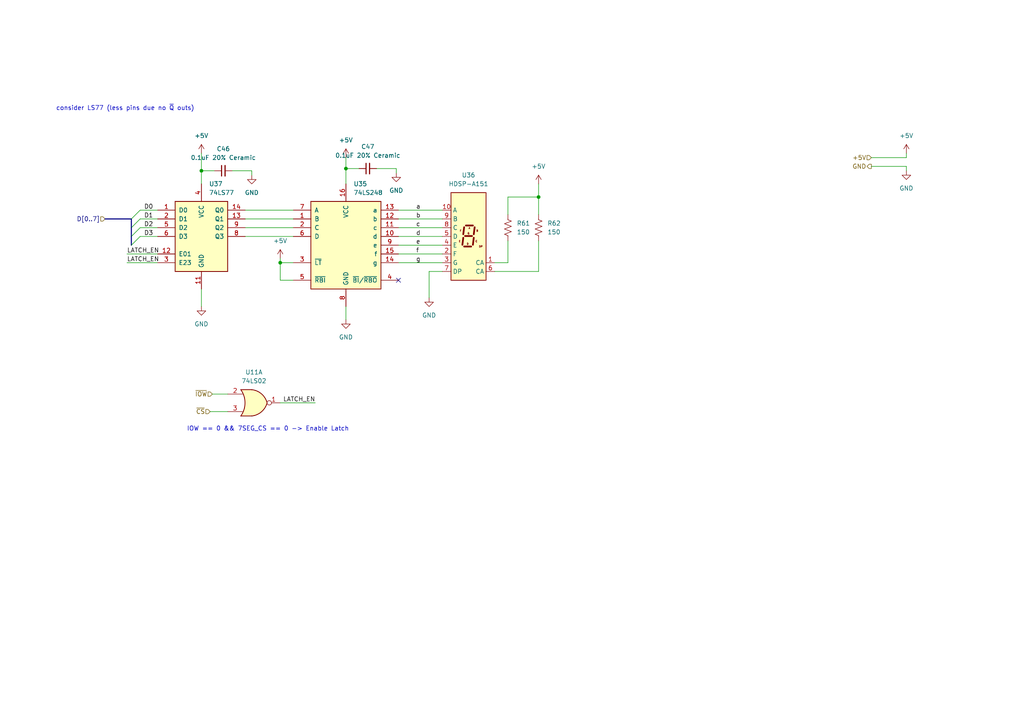
<source format=kicad_sch>
(kicad_sch
	(version 20231120)
	(generator "eeschema")
	(generator_version "8.0")
	(uuid "3403087d-3678-498e-a5bf-16219bd69987")
	(paper "A4")
	(lib_symbols
		(symbol "74xx:74LS02"
			(pin_names
				(offset 1.016)
			)
			(exclude_from_sim no)
			(in_bom yes)
			(on_board yes)
			(property "Reference" "U"
				(at 0 1.27 0)
				(effects
					(font
						(size 1.27 1.27)
					)
				)
			)
			(property "Value" "74LS02"
				(at 0 -1.27 0)
				(effects
					(font
						(size 1.27 1.27)
					)
				)
			)
			(property "Footprint" ""
				(at 0 0 0)
				(effects
					(font
						(size 1.27 1.27)
					)
					(hide yes)
				)
			)
			(property "Datasheet" "http://www.ti.com/lit/gpn/sn74ls02"
				(at 0 0 0)
				(effects
					(font
						(size 1.27 1.27)
					)
					(hide yes)
				)
			)
			(property "Description" "quad 2-input NOR gate"
				(at 0 0 0)
				(effects
					(font
						(size 1.27 1.27)
					)
					(hide yes)
				)
			)
			(property "ki_locked" ""
				(at 0 0 0)
				(effects
					(font
						(size 1.27 1.27)
					)
				)
			)
			(property "ki_keywords" "TTL Nor2"
				(at 0 0 0)
				(effects
					(font
						(size 1.27 1.27)
					)
					(hide yes)
				)
			)
			(property "ki_fp_filters" "SO14* DIP*W7.62mm*"
				(at 0 0 0)
				(effects
					(font
						(size 1.27 1.27)
					)
					(hide yes)
				)
			)
			(symbol "74LS02_1_1"
				(arc
					(start -3.81 -3.81)
					(mid -2.589 0)
					(end -3.81 3.81)
					(stroke
						(width 0.254)
						(type default)
					)
					(fill
						(type none)
					)
				)
				(arc
					(start -0.6096 -3.81)
					(mid 2.1842 -2.5851)
					(end 3.81 0)
					(stroke
						(width 0.254)
						(type default)
					)
					(fill
						(type background)
					)
				)
				(polyline
					(pts
						(xy -3.81 -3.81) (xy -0.635 -3.81)
					)
					(stroke
						(width 0.254)
						(type default)
					)
					(fill
						(type background)
					)
				)
				(polyline
					(pts
						(xy -3.81 3.81) (xy -0.635 3.81)
					)
					(stroke
						(width 0.254)
						(type default)
					)
					(fill
						(type background)
					)
				)
				(polyline
					(pts
						(xy -0.635 3.81) (xy -3.81 3.81) (xy -3.81 3.81) (xy -3.556 3.4036) (xy -3.0226 2.2606) (xy -2.6924 1.0414)
						(xy -2.6162 -0.254) (xy -2.7686 -1.4986) (xy -3.175 -2.7178) (xy -3.81 -3.81) (xy -3.81 -3.81)
						(xy -0.635 -3.81)
					)
					(stroke
						(width -25.4)
						(type default)
					)
					(fill
						(type background)
					)
				)
				(arc
					(start 3.81 0)
					(mid 2.1915 2.5936)
					(end -0.6096 3.81)
					(stroke
						(width 0.254)
						(type default)
					)
					(fill
						(type background)
					)
				)
				(pin output inverted
					(at 7.62 0 180)
					(length 3.81)
					(name "~"
						(effects
							(font
								(size 1.27 1.27)
							)
						)
					)
					(number "1"
						(effects
							(font
								(size 1.27 1.27)
							)
						)
					)
				)
				(pin input line
					(at -7.62 2.54 0)
					(length 4.318)
					(name "~"
						(effects
							(font
								(size 1.27 1.27)
							)
						)
					)
					(number "2"
						(effects
							(font
								(size 1.27 1.27)
							)
						)
					)
				)
				(pin input line
					(at -7.62 -2.54 0)
					(length 4.318)
					(name "~"
						(effects
							(font
								(size 1.27 1.27)
							)
						)
					)
					(number "3"
						(effects
							(font
								(size 1.27 1.27)
							)
						)
					)
				)
			)
			(symbol "74LS02_1_2"
				(arc
					(start 0 -3.81)
					(mid 3.7934 0)
					(end 0 3.81)
					(stroke
						(width 0.254)
						(type default)
					)
					(fill
						(type background)
					)
				)
				(polyline
					(pts
						(xy 0 3.81) (xy -3.81 3.81) (xy -3.81 -3.81) (xy 0 -3.81)
					)
					(stroke
						(width 0.254)
						(type default)
					)
					(fill
						(type background)
					)
				)
				(pin output line
					(at 7.62 0 180)
					(length 3.81)
					(name "~"
						(effects
							(font
								(size 1.27 1.27)
							)
						)
					)
					(number "1"
						(effects
							(font
								(size 1.27 1.27)
							)
						)
					)
				)
				(pin input inverted
					(at -7.62 2.54 0)
					(length 3.81)
					(name "~"
						(effects
							(font
								(size 1.27 1.27)
							)
						)
					)
					(number "2"
						(effects
							(font
								(size 1.27 1.27)
							)
						)
					)
				)
				(pin input inverted
					(at -7.62 -2.54 0)
					(length 3.81)
					(name "~"
						(effects
							(font
								(size 1.27 1.27)
							)
						)
					)
					(number "3"
						(effects
							(font
								(size 1.27 1.27)
							)
						)
					)
				)
			)
			(symbol "74LS02_2_1"
				(arc
					(start -3.81 -3.81)
					(mid -2.589 0)
					(end -3.81 3.81)
					(stroke
						(width 0.254)
						(type default)
					)
					(fill
						(type none)
					)
				)
				(arc
					(start -0.6096 -3.81)
					(mid 2.1842 -2.5851)
					(end 3.81 0)
					(stroke
						(width 0.254)
						(type default)
					)
					(fill
						(type background)
					)
				)
				(polyline
					(pts
						(xy -3.81 -3.81) (xy -0.635 -3.81)
					)
					(stroke
						(width 0.254)
						(type default)
					)
					(fill
						(type background)
					)
				)
				(polyline
					(pts
						(xy -3.81 3.81) (xy -0.635 3.81)
					)
					(stroke
						(width 0.254)
						(type default)
					)
					(fill
						(type background)
					)
				)
				(polyline
					(pts
						(xy -0.635 3.81) (xy -3.81 3.81) (xy -3.81 3.81) (xy -3.556 3.4036) (xy -3.0226 2.2606) (xy -2.6924 1.0414)
						(xy -2.6162 -0.254) (xy -2.7686 -1.4986) (xy -3.175 -2.7178) (xy -3.81 -3.81) (xy -3.81 -3.81)
						(xy -0.635 -3.81)
					)
					(stroke
						(width -25.4)
						(type default)
					)
					(fill
						(type background)
					)
				)
				(arc
					(start 3.81 0)
					(mid 2.1915 2.5936)
					(end -0.6096 3.81)
					(stroke
						(width 0.254)
						(type default)
					)
					(fill
						(type background)
					)
				)
				(pin output inverted
					(at 7.62 0 180)
					(length 3.81)
					(name "~"
						(effects
							(font
								(size 1.27 1.27)
							)
						)
					)
					(number "4"
						(effects
							(font
								(size 1.27 1.27)
							)
						)
					)
				)
				(pin input line
					(at -7.62 2.54 0)
					(length 4.318)
					(name "~"
						(effects
							(font
								(size 1.27 1.27)
							)
						)
					)
					(number "5"
						(effects
							(font
								(size 1.27 1.27)
							)
						)
					)
				)
				(pin input line
					(at -7.62 -2.54 0)
					(length 4.318)
					(name "~"
						(effects
							(font
								(size 1.27 1.27)
							)
						)
					)
					(number "6"
						(effects
							(font
								(size 1.27 1.27)
							)
						)
					)
				)
			)
			(symbol "74LS02_2_2"
				(arc
					(start 0 -3.81)
					(mid 3.7934 0)
					(end 0 3.81)
					(stroke
						(width 0.254)
						(type default)
					)
					(fill
						(type background)
					)
				)
				(polyline
					(pts
						(xy 0 3.81) (xy -3.81 3.81) (xy -3.81 -3.81) (xy 0 -3.81)
					)
					(stroke
						(width 0.254)
						(type default)
					)
					(fill
						(type background)
					)
				)
				(pin output line
					(at 7.62 0 180)
					(length 3.81)
					(name "~"
						(effects
							(font
								(size 1.27 1.27)
							)
						)
					)
					(number "4"
						(effects
							(font
								(size 1.27 1.27)
							)
						)
					)
				)
				(pin input inverted
					(at -7.62 2.54 0)
					(length 3.81)
					(name "~"
						(effects
							(font
								(size 1.27 1.27)
							)
						)
					)
					(number "5"
						(effects
							(font
								(size 1.27 1.27)
							)
						)
					)
				)
				(pin input inverted
					(at -7.62 -2.54 0)
					(length 3.81)
					(name "~"
						(effects
							(font
								(size 1.27 1.27)
							)
						)
					)
					(number "6"
						(effects
							(font
								(size 1.27 1.27)
							)
						)
					)
				)
			)
			(symbol "74LS02_3_1"
				(arc
					(start -3.81 -3.81)
					(mid -2.589 0)
					(end -3.81 3.81)
					(stroke
						(width 0.254)
						(type default)
					)
					(fill
						(type none)
					)
				)
				(arc
					(start -0.6096 -3.81)
					(mid 2.1842 -2.5851)
					(end 3.81 0)
					(stroke
						(width 0.254)
						(type default)
					)
					(fill
						(type background)
					)
				)
				(polyline
					(pts
						(xy -3.81 -3.81) (xy -0.635 -3.81)
					)
					(stroke
						(width 0.254)
						(type default)
					)
					(fill
						(type background)
					)
				)
				(polyline
					(pts
						(xy -3.81 3.81) (xy -0.635 3.81)
					)
					(stroke
						(width 0.254)
						(type default)
					)
					(fill
						(type background)
					)
				)
				(polyline
					(pts
						(xy -0.635 3.81) (xy -3.81 3.81) (xy -3.81 3.81) (xy -3.556 3.4036) (xy -3.0226 2.2606) (xy -2.6924 1.0414)
						(xy -2.6162 -0.254) (xy -2.7686 -1.4986) (xy -3.175 -2.7178) (xy -3.81 -3.81) (xy -3.81 -3.81)
						(xy -0.635 -3.81)
					)
					(stroke
						(width -25.4)
						(type default)
					)
					(fill
						(type background)
					)
				)
				(arc
					(start 3.81 0)
					(mid 2.1915 2.5936)
					(end -0.6096 3.81)
					(stroke
						(width 0.254)
						(type default)
					)
					(fill
						(type background)
					)
				)
				(pin output inverted
					(at 7.62 0 180)
					(length 3.81)
					(name "~"
						(effects
							(font
								(size 1.27 1.27)
							)
						)
					)
					(number "10"
						(effects
							(font
								(size 1.27 1.27)
							)
						)
					)
				)
				(pin input line
					(at -7.62 2.54 0)
					(length 4.318)
					(name "~"
						(effects
							(font
								(size 1.27 1.27)
							)
						)
					)
					(number "8"
						(effects
							(font
								(size 1.27 1.27)
							)
						)
					)
				)
				(pin input line
					(at -7.62 -2.54 0)
					(length 4.318)
					(name "~"
						(effects
							(font
								(size 1.27 1.27)
							)
						)
					)
					(number "9"
						(effects
							(font
								(size 1.27 1.27)
							)
						)
					)
				)
			)
			(symbol "74LS02_3_2"
				(arc
					(start 0 -3.81)
					(mid 3.7934 0)
					(end 0 3.81)
					(stroke
						(width 0.254)
						(type default)
					)
					(fill
						(type background)
					)
				)
				(polyline
					(pts
						(xy 0 3.81) (xy -3.81 3.81) (xy -3.81 -3.81) (xy 0 -3.81)
					)
					(stroke
						(width 0.254)
						(type default)
					)
					(fill
						(type background)
					)
				)
				(pin output line
					(at 7.62 0 180)
					(length 3.81)
					(name "~"
						(effects
							(font
								(size 1.27 1.27)
							)
						)
					)
					(number "10"
						(effects
							(font
								(size 1.27 1.27)
							)
						)
					)
				)
				(pin input inverted
					(at -7.62 2.54 0)
					(length 3.81)
					(name "~"
						(effects
							(font
								(size 1.27 1.27)
							)
						)
					)
					(number "8"
						(effects
							(font
								(size 1.27 1.27)
							)
						)
					)
				)
				(pin input inverted
					(at -7.62 -2.54 0)
					(length 3.81)
					(name "~"
						(effects
							(font
								(size 1.27 1.27)
							)
						)
					)
					(number "9"
						(effects
							(font
								(size 1.27 1.27)
							)
						)
					)
				)
			)
			(symbol "74LS02_4_1"
				(arc
					(start -3.81 -3.81)
					(mid -2.589 0)
					(end -3.81 3.81)
					(stroke
						(width 0.254)
						(type default)
					)
					(fill
						(type none)
					)
				)
				(arc
					(start -0.6096 -3.81)
					(mid 2.1842 -2.5851)
					(end 3.81 0)
					(stroke
						(width 0.254)
						(type default)
					)
					(fill
						(type background)
					)
				)
				(polyline
					(pts
						(xy -3.81 -3.81) (xy -0.635 -3.81)
					)
					(stroke
						(width 0.254)
						(type default)
					)
					(fill
						(type background)
					)
				)
				(polyline
					(pts
						(xy -3.81 3.81) (xy -0.635 3.81)
					)
					(stroke
						(width 0.254)
						(type default)
					)
					(fill
						(type background)
					)
				)
				(polyline
					(pts
						(xy -0.635 3.81) (xy -3.81 3.81) (xy -3.81 3.81) (xy -3.556 3.4036) (xy -3.0226 2.2606) (xy -2.6924 1.0414)
						(xy -2.6162 -0.254) (xy -2.7686 -1.4986) (xy -3.175 -2.7178) (xy -3.81 -3.81) (xy -3.81 -3.81)
						(xy -0.635 -3.81)
					)
					(stroke
						(width -25.4)
						(type default)
					)
					(fill
						(type background)
					)
				)
				(arc
					(start 3.81 0)
					(mid 2.1915 2.5936)
					(end -0.6096 3.81)
					(stroke
						(width 0.254)
						(type default)
					)
					(fill
						(type background)
					)
				)
				(pin input line
					(at -7.62 2.54 0)
					(length 4.318)
					(name "~"
						(effects
							(font
								(size 1.27 1.27)
							)
						)
					)
					(number "11"
						(effects
							(font
								(size 1.27 1.27)
							)
						)
					)
				)
				(pin input line
					(at -7.62 -2.54 0)
					(length 4.318)
					(name "~"
						(effects
							(font
								(size 1.27 1.27)
							)
						)
					)
					(number "12"
						(effects
							(font
								(size 1.27 1.27)
							)
						)
					)
				)
				(pin output inverted
					(at 7.62 0 180)
					(length 3.81)
					(name "~"
						(effects
							(font
								(size 1.27 1.27)
							)
						)
					)
					(number "13"
						(effects
							(font
								(size 1.27 1.27)
							)
						)
					)
				)
			)
			(symbol "74LS02_4_2"
				(arc
					(start 0 -3.81)
					(mid 3.7934 0)
					(end 0 3.81)
					(stroke
						(width 0.254)
						(type default)
					)
					(fill
						(type background)
					)
				)
				(polyline
					(pts
						(xy 0 3.81) (xy -3.81 3.81) (xy -3.81 -3.81) (xy 0 -3.81)
					)
					(stroke
						(width 0.254)
						(type default)
					)
					(fill
						(type background)
					)
				)
				(pin input inverted
					(at -7.62 2.54 0)
					(length 3.81)
					(name "~"
						(effects
							(font
								(size 1.27 1.27)
							)
						)
					)
					(number "11"
						(effects
							(font
								(size 1.27 1.27)
							)
						)
					)
				)
				(pin input inverted
					(at -7.62 -2.54 0)
					(length 3.81)
					(name "~"
						(effects
							(font
								(size 1.27 1.27)
							)
						)
					)
					(number "12"
						(effects
							(font
								(size 1.27 1.27)
							)
						)
					)
				)
				(pin output line
					(at 7.62 0 180)
					(length 3.81)
					(name "~"
						(effects
							(font
								(size 1.27 1.27)
							)
						)
					)
					(number "13"
						(effects
							(font
								(size 1.27 1.27)
							)
						)
					)
				)
			)
			(symbol "74LS02_5_0"
				(pin power_in line
					(at 0 12.7 270)
					(length 5.08)
					(name "VCC"
						(effects
							(font
								(size 1.27 1.27)
							)
						)
					)
					(number "14"
						(effects
							(font
								(size 1.27 1.27)
							)
						)
					)
				)
				(pin power_in line
					(at 0 -12.7 90)
					(length 5.08)
					(name "GND"
						(effects
							(font
								(size 1.27 1.27)
							)
						)
					)
					(number "7"
						(effects
							(font
								(size 1.27 1.27)
							)
						)
					)
				)
			)
			(symbol "74LS02_5_1"
				(rectangle
					(start -5.08 7.62)
					(end 5.08 -7.62)
					(stroke
						(width 0.254)
						(type default)
					)
					(fill
						(type background)
					)
				)
			)
		)
		(symbol "74xx:74LS248"
			(pin_names
				(offset 1.016)
			)
			(exclude_from_sim no)
			(in_bom yes)
			(on_board yes)
			(property "Reference" "U"
				(at -7.62 13.97 0)
				(effects
					(font
						(size 1.27 1.27)
					)
				)
			)
			(property "Value" "74LS248"
				(at -7.62 -13.97 0)
				(effects
					(font
						(size 1.27 1.27)
					)
				)
			)
			(property "Footprint" ""
				(at 0 0 0)
				(effects
					(font
						(size 1.27 1.27)
					)
					(hide yes)
				)
			)
			(property "Datasheet" "http://www.ti.com/lit/gpn/sn74LS248"
				(at 0 0 0)
				(effects
					(font
						(size 1.27 1.27)
					)
					(hide yes)
				)
			)
			(property "Description" "BCD to 7-segment Decoder, Active High"
				(at 0 0 0)
				(effects
					(font
						(size 1.27 1.27)
					)
					(hide yes)
				)
			)
			(property "ki_locked" ""
				(at 0 0 0)
				(effects
					(font
						(size 1.27 1.27)
					)
				)
			)
			(property "ki_keywords" "TTL DECOD"
				(at 0 0 0)
				(effects
					(font
						(size 1.27 1.27)
					)
					(hide yes)
				)
			)
			(property "ki_fp_filters" "DIP?16*"
				(at 0 0 0)
				(effects
					(font
						(size 1.27 1.27)
					)
					(hide yes)
				)
			)
			(symbol "74LS248_1_0"
				(pin input line
					(at -15.24 7.62 0)
					(length 5.08)
					(name "B"
						(effects
							(font
								(size 1.27 1.27)
							)
						)
					)
					(number "1"
						(effects
							(font
								(size 1.27 1.27)
							)
						)
					)
				)
				(pin open_collector line
					(at 15.24 2.54 180)
					(length 5.08)
					(name "d"
						(effects
							(font
								(size 1.27 1.27)
							)
						)
					)
					(number "10"
						(effects
							(font
								(size 1.27 1.27)
							)
						)
					)
				)
				(pin open_collector line
					(at 15.24 5.08 180)
					(length 5.08)
					(name "c"
						(effects
							(font
								(size 1.27 1.27)
							)
						)
					)
					(number "11"
						(effects
							(font
								(size 1.27 1.27)
							)
						)
					)
				)
				(pin open_collector line
					(at 15.24 7.62 180)
					(length 5.08)
					(name "b"
						(effects
							(font
								(size 1.27 1.27)
							)
						)
					)
					(number "12"
						(effects
							(font
								(size 1.27 1.27)
							)
						)
					)
				)
				(pin open_collector line
					(at 15.24 10.16 180)
					(length 5.08)
					(name "a"
						(effects
							(font
								(size 1.27 1.27)
							)
						)
					)
					(number "13"
						(effects
							(font
								(size 1.27 1.27)
							)
						)
					)
				)
				(pin open_collector line
					(at 15.24 -5.08 180)
					(length 5.08)
					(name "g"
						(effects
							(font
								(size 1.27 1.27)
							)
						)
					)
					(number "14"
						(effects
							(font
								(size 1.27 1.27)
							)
						)
					)
				)
				(pin open_collector line
					(at 15.24 -2.54 180)
					(length 5.08)
					(name "f"
						(effects
							(font
								(size 1.27 1.27)
							)
						)
					)
					(number "15"
						(effects
							(font
								(size 1.27 1.27)
							)
						)
					)
				)
				(pin power_in line
					(at 0 17.78 270)
					(length 5.08)
					(name "VCC"
						(effects
							(font
								(size 1.27 1.27)
							)
						)
					)
					(number "16"
						(effects
							(font
								(size 1.27 1.27)
							)
						)
					)
				)
				(pin input line
					(at -15.24 5.08 0)
					(length 5.08)
					(name "C"
						(effects
							(font
								(size 1.27 1.27)
							)
						)
					)
					(number "2"
						(effects
							(font
								(size 1.27 1.27)
							)
						)
					)
				)
				(pin input line
					(at -15.24 -5.08 0)
					(length 5.08)
					(name "~{LT}"
						(effects
							(font
								(size 1.27 1.27)
							)
						)
					)
					(number "3"
						(effects
							(font
								(size 1.27 1.27)
							)
						)
					)
				)
				(pin open_collector line
					(at 15.24 -10.16 180)
					(length 5.08)
					(name "~{BI}/~{RBO}"
						(effects
							(font
								(size 1.27 1.27)
							)
						)
					)
					(number "4"
						(effects
							(font
								(size 1.27 1.27)
							)
						)
					)
				)
				(pin input line
					(at -15.24 -10.16 0)
					(length 5.08)
					(name "~{RBI}"
						(effects
							(font
								(size 1.27 1.27)
							)
						)
					)
					(number "5"
						(effects
							(font
								(size 1.27 1.27)
							)
						)
					)
				)
				(pin input line
					(at -15.24 2.54 0)
					(length 5.08)
					(name "D"
						(effects
							(font
								(size 1.27 1.27)
							)
						)
					)
					(number "6"
						(effects
							(font
								(size 1.27 1.27)
							)
						)
					)
				)
				(pin input line
					(at -15.24 10.16 0)
					(length 5.08)
					(name "A"
						(effects
							(font
								(size 1.27 1.27)
							)
						)
					)
					(number "7"
						(effects
							(font
								(size 1.27 1.27)
							)
						)
					)
				)
				(pin power_in line
					(at 0 -17.78 90)
					(length 5.08)
					(name "GND"
						(effects
							(font
								(size 1.27 1.27)
							)
						)
					)
					(number "8"
						(effects
							(font
								(size 1.27 1.27)
							)
						)
					)
				)
				(pin open_collector line
					(at 15.24 0 180)
					(length 5.08)
					(name "e"
						(effects
							(font
								(size 1.27 1.27)
							)
						)
					)
					(number "9"
						(effects
							(font
								(size 1.27 1.27)
							)
						)
					)
				)
			)
			(symbol "74LS248_1_1"
				(rectangle
					(start -10.16 12.7)
					(end 10.16 -12.7)
					(stroke
						(width 0.254)
						(type default)
					)
					(fill
						(type background)
					)
				)
			)
		)
		(symbol "74xx:74LS77"
			(pin_names
				(offset 1.016)
			)
			(exclude_from_sim no)
			(in_bom yes)
			(on_board yes)
			(property "Reference" "U"
				(at -7.62 11.43 0)
				(effects
					(font
						(size 1.27 1.27)
					)
				)
			)
			(property "Value" "74LS77"
				(at -7.62 -11.43 0)
				(effects
					(font
						(size 1.27 1.27)
					)
				)
			)
			(property "Footprint" ""
				(at 0 0 0)
				(effects
					(font
						(size 1.27 1.27)
					)
					(hide yes)
				)
			)
			(property "Datasheet" "http://www.ti.com/lit/gpn/sn74LS77"
				(at 0 0 0)
				(effects
					(font
						(size 1.27 1.27)
					)
					(hide yes)
				)
			)
			(property "Description" "4-bit Latch"
				(at 0 0 0)
				(effects
					(font
						(size 1.27 1.27)
					)
					(hide yes)
				)
			)
			(property "ki_locked" ""
				(at 0 0 0)
				(effects
					(font
						(size 1.27 1.27)
					)
				)
			)
			(property "ki_keywords" "TTL DFF Latch"
				(at 0 0 0)
				(effects
					(font
						(size 1.27 1.27)
					)
					(hide yes)
				)
			)
			(property "ki_fp_filters" "DIP?12*"
				(at 0 0 0)
				(effects
					(font
						(size 1.27 1.27)
					)
					(hide yes)
				)
			)
			(symbol "74LS77_1_0"
				(pin input line
					(at -12.7 7.62 0)
					(length 5.08)
					(name "D0"
						(effects
							(font
								(size 1.27 1.27)
							)
						)
					)
					(number "1"
						(effects
							(font
								(size 1.27 1.27)
							)
						)
					)
				)
				(pin power_in line
					(at 0 -15.24 90)
					(length 5.08)
					(name "GND"
						(effects
							(font
								(size 1.27 1.27)
							)
						)
					)
					(number "11"
						(effects
							(font
								(size 1.27 1.27)
							)
						)
					)
				)
				(pin input line
					(at -12.7 -5.08 0)
					(length 5.08)
					(name "E01"
						(effects
							(font
								(size 1.27 1.27)
							)
						)
					)
					(number "12"
						(effects
							(font
								(size 1.27 1.27)
							)
						)
					)
				)
				(pin output line
					(at 12.7 5.08 180)
					(length 5.08)
					(name "Q1"
						(effects
							(font
								(size 1.27 1.27)
							)
						)
					)
					(number "13"
						(effects
							(font
								(size 1.27 1.27)
							)
						)
					)
				)
				(pin output line
					(at 12.7 7.62 180)
					(length 5.08)
					(name "Q0"
						(effects
							(font
								(size 1.27 1.27)
							)
						)
					)
					(number "14"
						(effects
							(font
								(size 1.27 1.27)
							)
						)
					)
				)
				(pin input line
					(at -12.7 5.08 0)
					(length 5.08)
					(name "D1"
						(effects
							(font
								(size 1.27 1.27)
							)
						)
					)
					(number "2"
						(effects
							(font
								(size 1.27 1.27)
							)
						)
					)
				)
				(pin input line
					(at -12.7 -7.62 0)
					(length 5.08)
					(name "E23"
						(effects
							(font
								(size 1.27 1.27)
							)
						)
					)
					(number "3"
						(effects
							(font
								(size 1.27 1.27)
							)
						)
					)
				)
				(pin power_in line
					(at 0 15.24 270)
					(length 5.08)
					(name "VCC"
						(effects
							(font
								(size 1.27 1.27)
							)
						)
					)
					(number "4"
						(effects
							(font
								(size 1.27 1.27)
							)
						)
					)
				)
				(pin input line
					(at -12.7 2.54 0)
					(length 5.08)
					(name "D2"
						(effects
							(font
								(size 1.27 1.27)
							)
						)
					)
					(number "5"
						(effects
							(font
								(size 1.27 1.27)
							)
						)
					)
				)
				(pin input line
					(at -12.7 0 0)
					(length 5.08)
					(name "D3"
						(effects
							(font
								(size 1.27 1.27)
							)
						)
					)
					(number "6"
						(effects
							(font
								(size 1.27 1.27)
							)
						)
					)
				)
				(pin output line
					(at 12.7 0 180)
					(length 5.08)
					(name "Q3"
						(effects
							(font
								(size 1.27 1.27)
							)
						)
					)
					(number "8"
						(effects
							(font
								(size 1.27 1.27)
							)
						)
					)
				)
				(pin output line
					(at 12.7 2.54 180)
					(length 5.08)
					(name "Q2"
						(effects
							(font
								(size 1.27 1.27)
							)
						)
					)
					(number "9"
						(effects
							(font
								(size 1.27 1.27)
							)
						)
					)
				)
			)
			(symbol "74LS77_1_1"
				(rectangle
					(start -7.62 10.16)
					(end 7.62 -10.16)
					(stroke
						(width 0.254)
						(type default)
					)
					(fill
						(type background)
					)
				)
			)
		)
		(symbol "Device:C_Small"
			(pin_numbers hide)
			(pin_names
				(offset 0.254) hide)
			(exclude_from_sim no)
			(in_bom yes)
			(on_board yes)
			(property "Reference" "C"
				(at 0.254 1.778 0)
				(effects
					(font
						(size 1.27 1.27)
					)
					(justify left)
				)
			)
			(property "Value" "C_Small"
				(at 0.254 -2.032 0)
				(effects
					(font
						(size 1.27 1.27)
					)
					(justify left)
				)
			)
			(property "Footprint" ""
				(at 0 0 0)
				(effects
					(font
						(size 1.27 1.27)
					)
					(hide yes)
				)
			)
			(property "Datasheet" "~"
				(at 0 0 0)
				(effects
					(font
						(size 1.27 1.27)
					)
					(hide yes)
				)
			)
			(property "Description" "Unpolarized capacitor, small symbol"
				(at 0 0 0)
				(effects
					(font
						(size 1.27 1.27)
					)
					(hide yes)
				)
			)
			(property "ki_keywords" "capacitor cap"
				(at 0 0 0)
				(effects
					(font
						(size 1.27 1.27)
					)
					(hide yes)
				)
			)
			(property "ki_fp_filters" "C_*"
				(at 0 0 0)
				(effects
					(font
						(size 1.27 1.27)
					)
					(hide yes)
				)
			)
			(symbol "C_Small_0_1"
				(polyline
					(pts
						(xy -1.524 -0.508) (xy 1.524 -0.508)
					)
					(stroke
						(width 0.3302)
						(type default)
					)
					(fill
						(type none)
					)
				)
				(polyline
					(pts
						(xy -1.524 0.508) (xy 1.524 0.508)
					)
					(stroke
						(width 0.3048)
						(type default)
					)
					(fill
						(type none)
					)
				)
			)
			(symbol "C_Small_1_1"
				(pin passive line
					(at 0 2.54 270)
					(length 2.032)
					(name "~"
						(effects
							(font
								(size 1.27 1.27)
							)
						)
					)
					(number "1"
						(effects
							(font
								(size 1.27 1.27)
							)
						)
					)
				)
				(pin passive line
					(at 0 -2.54 90)
					(length 2.032)
					(name "~"
						(effects
							(font
								(size 1.27 1.27)
							)
						)
					)
					(number "2"
						(effects
							(font
								(size 1.27 1.27)
							)
						)
					)
				)
			)
		)
		(symbol "Device:R_US"
			(pin_numbers hide)
			(pin_names
				(offset 0)
			)
			(exclude_from_sim no)
			(in_bom yes)
			(on_board yes)
			(property "Reference" "R"
				(at 2.54 0 90)
				(effects
					(font
						(size 1.27 1.27)
					)
				)
			)
			(property "Value" "R_US"
				(at -2.54 0 90)
				(effects
					(font
						(size 1.27 1.27)
					)
				)
			)
			(property "Footprint" ""
				(at 1.016 -0.254 90)
				(effects
					(font
						(size 1.27 1.27)
					)
					(hide yes)
				)
			)
			(property "Datasheet" "~"
				(at 0 0 0)
				(effects
					(font
						(size 1.27 1.27)
					)
					(hide yes)
				)
			)
			(property "Description" "Resistor, US symbol"
				(at 0 0 0)
				(effects
					(font
						(size 1.27 1.27)
					)
					(hide yes)
				)
			)
			(property "ki_keywords" "R res resistor"
				(at 0 0 0)
				(effects
					(font
						(size 1.27 1.27)
					)
					(hide yes)
				)
			)
			(property "ki_fp_filters" "R_*"
				(at 0 0 0)
				(effects
					(font
						(size 1.27 1.27)
					)
					(hide yes)
				)
			)
			(symbol "R_US_0_1"
				(polyline
					(pts
						(xy 0 -2.286) (xy 0 -2.54)
					)
					(stroke
						(width 0)
						(type default)
					)
					(fill
						(type none)
					)
				)
				(polyline
					(pts
						(xy 0 2.286) (xy 0 2.54)
					)
					(stroke
						(width 0)
						(type default)
					)
					(fill
						(type none)
					)
				)
				(polyline
					(pts
						(xy 0 -0.762) (xy 1.016 -1.143) (xy 0 -1.524) (xy -1.016 -1.905) (xy 0 -2.286)
					)
					(stroke
						(width 0)
						(type default)
					)
					(fill
						(type none)
					)
				)
				(polyline
					(pts
						(xy 0 0.762) (xy 1.016 0.381) (xy 0 0) (xy -1.016 -0.381) (xy 0 -0.762)
					)
					(stroke
						(width 0)
						(type default)
					)
					(fill
						(type none)
					)
				)
				(polyline
					(pts
						(xy 0 2.286) (xy 1.016 1.905) (xy 0 1.524) (xy -1.016 1.143) (xy 0 0.762)
					)
					(stroke
						(width 0)
						(type default)
					)
					(fill
						(type none)
					)
				)
			)
			(symbol "R_US_1_1"
				(pin passive line
					(at 0 3.81 270)
					(length 1.27)
					(name "~"
						(effects
							(font
								(size 1.27 1.27)
							)
						)
					)
					(number "1"
						(effects
							(font
								(size 1.27 1.27)
							)
						)
					)
				)
				(pin passive line
					(at 0 -3.81 90)
					(length 1.27)
					(name "~"
						(effects
							(font
								(size 1.27 1.27)
							)
						)
					)
					(number "2"
						(effects
							(font
								(size 1.27 1.27)
							)
						)
					)
				)
			)
		)
		(symbol "Display_Character:HDSP-A151"
			(exclude_from_sim no)
			(in_bom yes)
			(on_board yes)
			(property "Reference" "U"
				(at -3.81 13.97 0)
				(effects
					(font
						(size 1.27 1.27)
					)
				)
			)
			(property "Value" "HDSP-A151"
				(at 6.35 13.97 0)
				(effects
					(font
						(size 1.27 1.27)
					)
				)
			)
			(property "Footprint" "Display_7Segment:HDSP-A151"
				(at 0 -13.97 0)
				(effects
					(font
						(size 1.27 1.27)
					)
					(hide yes)
				)
			)
			(property "Datasheet" "https://docs.broadcom.com/docs/AV02-2553EN"
				(at -12.7 13.97 0)
				(effects
					(font
						(size 1.27 1.27)
					)
					(hide yes)
				)
			)
			(property "Description" "One digit 7 segment red, common anode"
				(at 0 0 0)
				(effects
					(font
						(size 1.27 1.27)
					)
					(hide yes)
				)
			)
			(property "ki_keywords" "display LED 7-segment"
				(at 0 0 0)
				(effects
					(font
						(size 1.27 1.27)
					)
					(hide yes)
				)
			)
			(property "ki_fp_filters" "HDSP?A151*"
				(at 0 0 0)
				(effects
					(font
						(size 1.27 1.27)
					)
					(hide yes)
				)
			)
			(symbol "HDSP-A151_1_0"
				(text "A"
					(at 0.254 2.413 0)
					(effects
						(font
							(size 0.508 0.508)
						)
					)
				)
				(text "B"
					(at 2.54 1.651 0)
					(effects
						(font
							(size 0.508 0.508)
						)
					)
				)
				(text "C"
					(at 2.286 -1.397 0)
					(effects
						(font
							(size 0.508 0.508)
						)
					)
				)
				(text "D"
					(at -0.254 -2.159 0)
					(effects
						(font
							(size 0.508 0.508)
						)
					)
				)
				(text "DP"
					(at 3.556 -2.921 0)
					(effects
						(font
							(size 0.508 0.508)
						)
					)
				)
				(text "E"
					(at -2.54 -1.397 0)
					(effects
						(font
							(size 0.508 0.508)
						)
					)
				)
				(text "F"
					(at -2.286 1.651 0)
					(effects
						(font
							(size 0.508 0.508)
						)
					)
				)
				(text "G"
					(at 0 0.889 0)
					(effects
						(font
							(size 0.508 0.508)
						)
					)
				)
			)
			(symbol "HDSP-A151_1_1"
				(rectangle
					(start -5.08 12.7)
					(end 5.08 -12.7)
					(stroke
						(width 0.254)
						(type default)
					)
					(fill
						(type background)
					)
				)
				(polyline
					(pts
						(xy -1.524 -0.381) (xy -1.778 -2.413)
					)
					(stroke
						(width 0.508)
						(type default)
					)
					(fill
						(type none)
					)
				)
				(polyline
					(pts
						(xy -1.27 -2.921) (xy 0.762 -2.921)
					)
					(stroke
						(width 0.508)
						(type default)
					)
					(fill
						(type none)
					)
				)
				(polyline
					(pts
						(xy -1.27 2.667) (xy -1.524 0.635)
					)
					(stroke
						(width 0.508)
						(type default)
					)
					(fill
						(type none)
					)
				)
				(polyline
					(pts
						(xy -1.016 0.127) (xy 1.016 0.127)
					)
					(stroke
						(width 0.508)
						(type default)
					)
					(fill
						(type none)
					)
				)
				(polyline
					(pts
						(xy -0.762 3.175) (xy 1.27 3.175)
					)
					(stroke
						(width 0.508)
						(type default)
					)
					(fill
						(type none)
					)
				)
				(polyline
					(pts
						(xy 1.524 -0.381) (xy 1.27 -2.413)
					)
					(stroke
						(width 0.508)
						(type default)
					)
					(fill
						(type none)
					)
				)
				(polyline
					(pts
						(xy 1.778 2.667) (xy 1.524 0.635)
					)
					(stroke
						(width 0.508)
						(type default)
					)
					(fill
						(type none)
					)
				)
				(polyline
					(pts
						(xy 2.54 -2.921) (xy 2.54 -2.921)
					)
					(stroke
						(width 0.508)
						(type default)
					)
					(fill
						(type none)
					)
				)
				(pin input line
					(at 7.62 -7.62 180)
					(length 2.54)
					(name "CA"
						(effects
							(font
								(size 1.27 1.27)
							)
						)
					)
					(number "1"
						(effects
							(font
								(size 1.27 1.27)
							)
						)
					)
				)
				(pin input line
					(at -7.62 7.62 0)
					(length 2.54)
					(name "A"
						(effects
							(font
								(size 1.27 1.27)
							)
						)
					)
					(number "10"
						(effects
							(font
								(size 1.27 1.27)
							)
						)
					)
				)
				(pin input line
					(at -7.62 -5.08 0)
					(length 2.54)
					(name "F"
						(effects
							(font
								(size 1.27 1.27)
							)
						)
					)
					(number "2"
						(effects
							(font
								(size 1.27 1.27)
							)
						)
					)
				)
				(pin input line
					(at -7.62 -7.62 0)
					(length 2.54)
					(name "G"
						(effects
							(font
								(size 1.27 1.27)
							)
						)
					)
					(number "3"
						(effects
							(font
								(size 1.27 1.27)
							)
						)
					)
				)
				(pin input line
					(at -7.62 -2.54 0)
					(length 2.54)
					(name "E"
						(effects
							(font
								(size 1.27 1.27)
							)
						)
					)
					(number "4"
						(effects
							(font
								(size 1.27 1.27)
							)
						)
					)
				)
				(pin input line
					(at -7.62 0 0)
					(length 2.54)
					(name "D"
						(effects
							(font
								(size 1.27 1.27)
							)
						)
					)
					(number "5"
						(effects
							(font
								(size 1.27 1.27)
							)
						)
					)
				)
				(pin input line
					(at 7.62 -10.16 180)
					(length 2.54)
					(name "CA"
						(effects
							(font
								(size 1.27 1.27)
							)
						)
					)
					(number "6"
						(effects
							(font
								(size 1.27 1.27)
							)
						)
					)
				)
				(pin input line
					(at -7.62 -10.16 0)
					(length 2.54)
					(name "DP"
						(effects
							(font
								(size 1.27 1.27)
							)
						)
					)
					(number "7"
						(effects
							(font
								(size 1.27 1.27)
							)
						)
					)
				)
				(pin input line
					(at -7.62 2.54 0)
					(length 2.54)
					(name "C"
						(effects
							(font
								(size 1.27 1.27)
							)
						)
					)
					(number "8"
						(effects
							(font
								(size 1.27 1.27)
							)
						)
					)
				)
				(pin input line
					(at -7.62 5.08 0)
					(length 2.54)
					(name "B"
						(effects
							(font
								(size 1.27 1.27)
							)
						)
					)
					(number "9"
						(effects
							(font
								(size 1.27 1.27)
							)
						)
					)
				)
			)
		)
		(symbol "power:+5V"
			(power)
			(pin_names
				(offset 0)
			)
			(exclude_from_sim no)
			(in_bom yes)
			(on_board yes)
			(property "Reference" "#PWR"
				(at 0 -3.81 0)
				(effects
					(font
						(size 1.27 1.27)
					)
					(hide yes)
				)
			)
			(property "Value" "+5V"
				(at 0 3.556 0)
				(effects
					(font
						(size 1.27 1.27)
					)
				)
			)
			(property "Footprint" ""
				(at 0 0 0)
				(effects
					(font
						(size 1.27 1.27)
					)
					(hide yes)
				)
			)
			(property "Datasheet" ""
				(at 0 0 0)
				(effects
					(font
						(size 1.27 1.27)
					)
					(hide yes)
				)
			)
			(property "Description" "Power symbol creates a global label with name \"+5V\""
				(at 0 0 0)
				(effects
					(font
						(size 1.27 1.27)
					)
					(hide yes)
				)
			)
			(property "ki_keywords" "global power"
				(at 0 0 0)
				(effects
					(font
						(size 1.27 1.27)
					)
					(hide yes)
				)
			)
			(symbol "+5V_0_1"
				(polyline
					(pts
						(xy -0.762 1.27) (xy 0 2.54)
					)
					(stroke
						(width 0)
						(type default)
					)
					(fill
						(type none)
					)
				)
				(polyline
					(pts
						(xy 0 0) (xy 0 2.54)
					)
					(stroke
						(width 0)
						(type default)
					)
					(fill
						(type none)
					)
				)
				(polyline
					(pts
						(xy 0 2.54) (xy 0.762 1.27)
					)
					(stroke
						(width 0)
						(type default)
					)
					(fill
						(type none)
					)
				)
			)
			(symbol "+5V_1_1"
				(pin power_in line
					(at 0 0 90)
					(length 0) hide
					(name "+5V"
						(effects
							(font
								(size 1.27 1.27)
							)
						)
					)
					(number "1"
						(effects
							(font
								(size 1.27 1.27)
							)
						)
					)
				)
			)
		)
		(symbol "power:GND"
			(power)
			(pin_names
				(offset 0)
			)
			(exclude_from_sim no)
			(in_bom yes)
			(on_board yes)
			(property "Reference" "#PWR"
				(at 0 -6.35 0)
				(effects
					(font
						(size 1.27 1.27)
					)
					(hide yes)
				)
			)
			(property "Value" "GND"
				(at 0 -3.81 0)
				(effects
					(font
						(size 1.27 1.27)
					)
				)
			)
			(property "Footprint" ""
				(at 0 0 0)
				(effects
					(font
						(size 1.27 1.27)
					)
					(hide yes)
				)
			)
			(property "Datasheet" ""
				(at 0 0 0)
				(effects
					(font
						(size 1.27 1.27)
					)
					(hide yes)
				)
			)
			(property "Description" "Power symbol creates a global label with name \"GND\" , ground"
				(at 0 0 0)
				(effects
					(font
						(size 1.27 1.27)
					)
					(hide yes)
				)
			)
			(property "ki_keywords" "global power"
				(at 0 0 0)
				(effects
					(font
						(size 1.27 1.27)
					)
					(hide yes)
				)
			)
			(symbol "GND_0_1"
				(polyline
					(pts
						(xy 0 0) (xy 0 -1.27) (xy 1.27 -1.27) (xy 0 -2.54) (xy -1.27 -1.27) (xy 0 -1.27)
					)
					(stroke
						(width 0)
						(type default)
					)
					(fill
						(type none)
					)
				)
			)
			(symbol "GND_1_1"
				(pin power_in line
					(at 0 0 270)
					(length 0) hide
					(name "GND"
						(effects
							(font
								(size 1.27 1.27)
							)
						)
					)
					(number "1"
						(effects
							(font
								(size 1.27 1.27)
							)
						)
					)
				)
			)
		)
	)
	(junction
		(at 100.33 48.895)
		(diameter 0)
		(color 0 0 0 0)
		(uuid "b37bc7c6-99a4-483c-b37f-2ea899b95ebd")
	)
	(junction
		(at 156.21 57.15)
		(diameter 0)
		(color 0 0 0 0)
		(uuid "b79bd6a0-2e11-40eb-a404-f5c5a0fffc68")
	)
	(junction
		(at 81.28 76.2)
		(diameter 0)
		(color 0 0 0 0)
		(uuid "f317f62c-4a99-42cd-a91d-6ba9b1a26626")
	)
	(junction
		(at 58.42 49.53)
		(diameter 0)
		(color 0 0 0 0)
		(uuid "fd6364a0-6f75-4e48-a31c-99ccb63873fc")
	)
	(no_connect
		(at 115.57 81.28)
		(uuid "438473ac-4a78-4d99-8d55-c98af7788c8f")
	)
	(bus_entry
		(at 40.64 63.5)
		(size -2.54 2.54)
		(stroke
			(width 0)
			(type default)
		)
		(uuid "109b9ad6-2d9f-4878-84b9-d6a43b34412f")
	)
	(bus_entry
		(at 40.64 66.04)
		(size -2.54 2.54)
		(stroke
			(width 0)
			(type default)
		)
		(uuid "1a93d9c9-2ae4-41a0-ac01-3c798b44d9f6")
	)
	(bus_entry
		(at 40.64 60.96)
		(size -2.54 2.54)
		(stroke
			(width 0)
			(type default)
		)
		(uuid "31fabe77-67c6-4435-a196-12688f9c727d")
	)
	(bus_entry
		(at 40.64 68.58)
		(size -2.54 2.54)
		(stroke
			(width 0)
			(type default)
		)
		(uuid "f37c8059-a0d0-4e7b-9288-375dac5b87cd")
	)
	(wire
		(pts
			(xy 252.73 45.72) (xy 262.89 45.72)
		)
		(stroke
			(width 0)
			(type default)
		)
		(uuid "0bc4ed20-7224-4732-91d3-6b53ee34d02c")
	)
	(wire
		(pts
			(xy 73.025 49.53) (xy 73.025 50.8)
		)
		(stroke
			(width 0)
			(type default)
		)
		(uuid "0be61ab8-050a-4df2-b936-841c590b1332")
	)
	(wire
		(pts
			(xy 61.595 114.3) (xy 66.04 114.3)
		)
		(stroke
			(width 0)
			(type default)
		)
		(uuid "157e45a4-bd1c-44e9-ac4c-105dfec8aaf4")
	)
	(wire
		(pts
			(xy 143.51 76.2) (xy 147.32 76.2)
		)
		(stroke
			(width 0)
			(type default)
		)
		(uuid "1a6bfd7d-14f1-4372-b7f0-c3f06b06e5ba")
	)
	(wire
		(pts
			(xy 81.28 81.28) (xy 81.28 76.2)
		)
		(stroke
			(width 0)
			(type default)
		)
		(uuid "1e314bb5-b6a2-4fba-9c48-cfa38f75d87d")
	)
	(wire
		(pts
			(xy 156.21 57.15) (xy 156.21 62.23)
		)
		(stroke
			(width 0)
			(type default)
		)
		(uuid "211199dd-5c62-4039-803e-f9deb63988f5")
	)
	(wire
		(pts
			(xy 124.46 78.74) (xy 124.46 86.36)
		)
		(stroke
			(width 0)
			(type default)
		)
		(uuid "25f4eb33-ccdb-458d-b7c4-6362feb8709c")
	)
	(wire
		(pts
			(xy 45.72 68.58) (xy 40.64 68.58)
		)
		(stroke
			(width 0)
			(type default)
		)
		(uuid "27016fed-2b0b-42d0-8dfa-6be70abca089")
	)
	(wire
		(pts
			(xy 58.42 83.82) (xy 58.42 88.9)
		)
		(stroke
			(width 0)
			(type default)
		)
		(uuid "2e41dca2-75ca-404a-a6c8-8fddecf72aba")
	)
	(wire
		(pts
			(xy 115.57 76.2) (xy 128.27 76.2)
		)
		(stroke
			(width 0)
			(type default)
		)
		(uuid "3b972966-409e-40c5-bdc8-70417571ea05")
	)
	(wire
		(pts
			(xy 156.21 78.74) (xy 156.21 69.85)
		)
		(stroke
			(width 0)
			(type default)
		)
		(uuid "3c685b5e-04e1-4d06-bda9-fb720a1278e4")
	)
	(wire
		(pts
			(xy 45.72 73.66) (xy 36.83 73.66)
		)
		(stroke
			(width 0)
			(type default)
		)
		(uuid "3fb55910-78fb-4fa7-9b13-d8742b7dcb36")
	)
	(wire
		(pts
			(xy 252.73 48.26) (xy 262.89 48.26)
		)
		(stroke
			(width 0)
			(type default)
		)
		(uuid "4708601c-c407-40b1-bd78-da83f85ba510")
	)
	(wire
		(pts
			(xy 147.32 76.2) (xy 147.32 69.85)
		)
		(stroke
			(width 0)
			(type default)
		)
		(uuid "4e9ac7e2-8539-43c2-a955-7dd319f317f8")
	)
	(wire
		(pts
			(xy 115.57 68.58) (xy 128.27 68.58)
		)
		(stroke
			(width 0)
			(type default)
		)
		(uuid "517b3a3d-595b-43ef-81ed-df9a970eceb4")
	)
	(wire
		(pts
			(xy 45.72 66.04) (xy 40.64 66.04)
		)
		(stroke
			(width 0)
			(type default)
		)
		(uuid "5e232e58-d139-40da-a1d0-562fc9f83550")
	)
	(wire
		(pts
			(xy 109.22 48.895) (xy 114.935 48.895)
		)
		(stroke
			(width 0)
			(type default)
		)
		(uuid "5fd8f18b-a85a-411f-9587-ae56e216c77a")
	)
	(bus
		(pts
			(xy 38.1 63.5) (xy 38.1 66.04)
		)
		(stroke
			(width 0)
			(type default)
		)
		(uuid "65f799e8-665b-4fd9-8f22-0621eb6469d8")
	)
	(wire
		(pts
			(xy 40.64 60.96) (xy 45.72 60.96)
		)
		(stroke
			(width 0)
			(type default)
		)
		(uuid "671024ef-6064-4013-911a-290ca420c5bd")
	)
	(wire
		(pts
			(xy 262.89 48.26) (xy 262.89 49.53)
		)
		(stroke
			(width 0)
			(type default)
		)
		(uuid "699d5580-16dc-4d49-a2e9-d0c915aa5fd7")
	)
	(wire
		(pts
			(xy 115.57 66.04) (xy 128.27 66.04)
		)
		(stroke
			(width 0)
			(type default)
		)
		(uuid "6a3bd35a-9af5-4135-978f-f48a3ce28be6")
	)
	(bus
		(pts
			(xy 30.48 63.5) (xy 38.1 63.5)
		)
		(stroke
			(width 0)
			(type default)
		)
		(uuid "6b49edde-3dd9-4bb1-a9ba-f360becc0d14")
	)
	(wire
		(pts
			(xy 71.12 66.04) (xy 85.09 66.04)
		)
		(stroke
			(width 0)
			(type default)
		)
		(uuid "6d5de55c-437d-4766-be15-c702bd2886ce")
	)
	(wire
		(pts
			(xy 115.57 60.96) (xy 128.27 60.96)
		)
		(stroke
			(width 0)
			(type default)
		)
		(uuid "703a0fe4-0d1d-467b-a435-f64f4ec772a9")
	)
	(wire
		(pts
			(xy 58.42 44.45) (xy 58.42 49.53)
		)
		(stroke
			(width 0)
			(type default)
		)
		(uuid "70454a36-eb84-4dba-9626-906b31fa929f")
	)
	(wire
		(pts
			(xy 71.12 68.58) (xy 85.09 68.58)
		)
		(stroke
			(width 0)
			(type default)
		)
		(uuid "82400849-8a1c-46ff-a8ba-ee021e1fda7c")
	)
	(wire
		(pts
			(xy 71.12 60.96) (xy 85.09 60.96)
		)
		(stroke
			(width 0)
			(type default)
		)
		(uuid "84832f9c-ef43-467d-b3d1-2628a8b1d61c")
	)
	(wire
		(pts
			(xy 81.28 74.93) (xy 81.28 76.2)
		)
		(stroke
			(width 0)
			(type default)
		)
		(uuid "88e8a956-2184-4b30-945b-d0980e4c744f")
	)
	(wire
		(pts
			(xy 58.42 49.53) (xy 62.23 49.53)
		)
		(stroke
			(width 0)
			(type default)
		)
		(uuid "899751b0-d589-4ea1-ba1c-79ef717a14dd")
	)
	(wire
		(pts
			(xy 60.96 119.38) (xy 66.04 119.38)
		)
		(stroke
			(width 0)
			(type default)
		)
		(uuid "8aca1876-f217-495f-bada-408c1e7f7817")
	)
	(bus
		(pts
			(xy 38.1 68.58) (xy 38.1 71.12)
		)
		(stroke
			(width 0)
			(type default)
		)
		(uuid "9d79cb9d-398e-4194-aecb-dbd4c6d09e1a")
	)
	(wire
		(pts
			(xy 81.28 116.84) (xy 91.44 116.84)
		)
		(stroke
			(width 0)
			(type default)
		)
		(uuid "9dbec02c-384a-4c3a-b4f4-d3ca6512e828")
	)
	(wire
		(pts
			(xy 115.57 63.5) (xy 128.27 63.5)
		)
		(stroke
			(width 0)
			(type default)
		)
		(uuid "a4e09251-1037-4aa1-af7f-426913e1addf")
	)
	(wire
		(pts
			(xy 143.51 78.74) (xy 156.21 78.74)
		)
		(stroke
			(width 0)
			(type default)
		)
		(uuid "af402449-98bc-4907-8ab6-d8b53e1678b6")
	)
	(wire
		(pts
			(xy 100.33 88.9) (xy 100.33 92.71)
		)
		(stroke
			(width 0)
			(type default)
		)
		(uuid "b485d1d1-789d-472a-a82e-03c49799ba51")
	)
	(wire
		(pts
			(xy 156.21 53.34) (xy 156.21 57.15)
		)
		(stroke
			(width 0)
			(type default)
		)
		(uuid "b5d18197-091b-42b4-905e-df49e8f16d38")
	)
	(wire
		(pts
			(xy 100.33 45.72) (xy 100.33 48.895)
		)
		(stroke
			(width 0)
			(type default)
		)
		(uuid "b802522e-efea-4333-8736-8a31d0bc21ee")
	)
	(wire
		(pts
			(xy 100.33 48.895) (xy 104.14 48.895)
		)
		(stroke
			(width 0)
			(type default)
		)
		(uuid "bf79b25c-32ac-4e9b-a9ee-4e776548ed6a")
	)
	(wire
		(pts
			(xy 71.12 63.5) (xy 85.09 63.5)
		)
		(stroke
			(width 0)
			(type default)
		)
		(uuid "c1ae29df-f8bb-42bd-8946-fceaa365210e")
	)
	(wire
		(pts
			(xy 81.28 76.2) (xy 85.09 76.2)
		)
		(stroke
			(width 0)
			(type default)
		)
		(uuid "c2ee3a3c-3624-4731-bf32-e6b2b1f8657f")
	)
	(wire
		(pts
			(xy 147.32 57.15) (xy 147.32 62.23)
		)
		(stroke
			(width 0)
			(type default)
		)
		(uuid "c3322d31-8c31-4b5c-aaba-a68a271974fd")
	)
	(wire
		(pts
			(xy 58.42 49.53) (xy 58.42 53.34)
		)
		(stroke
			(width 0)
			(type default)
		)
		(uuid "c8198053-65f8-49ef-9f1e-16063a299785")
	)
	(wire
		(pts
			(xy 100.33 48.895) (xy 100.33 53.34)
		)
		(stroke
			(width 0)
			(type default)
		)
		(uuid "c876deec-4284-41bf-8ea8-aedbdc44c807")
	)
	(wire
		(pts
			(xy 114.935 48.895) (xy 114.935 50.165)
		)
		(stroke
			(width 0)
			(type default)
		)
		(uuid "c8a8df91-6da3-4b18-bf56-4d398dffbe56")
	)
	(wire
		(pts
			(xy 156.21 57.15) (xy 147.32 57.15)
		)
		(stroke
			(width 0)
			(type default)
		)
		(uuid "ca039f0b-761c-443c-87ae-633e3ed7f0fc")
	)
	(wire
		(pts
			(xy 262.89 45.72) (xy 262.89 44.45)
		)
		(stroke
			(width 0)
			(type default)
		)
		(uuid "cf06655e-c3ca-4c07-985c-5427021749d0")
	)
	(wire
		(pts
			(xy 128.27 78.74) (xy 124.46 78.74)
		)
		(stroke
			(width 0)
			(type default)
		)
		(uuid "db874b4f-7b80-4dce-962b-e13b1c9c2689")
	)
	(wire
		(pts
			(xy 67.31 49.53) (xy 73.025 49.53)
		)
		(stroke
			(width 0)
			(type default)
		)
		(uuid "e08cdeed-2dd6-47f2-be09-1b8d513f031b")
	)
	(bus
		(pts
			(xy 38.1 66.04) (xy 38.1 68.58)
		)
		(stroke
			(width 0)
			(type default)
		)
		(uuid "ee58af14-faf9-49ab-b74e-25a1a3308f4c")
	)
	(wire
		(pts
			(xy 115.57 71.12) (xy 128.27 71.12)
		)
		(stroke
			(width 0)
			(type default)
		)
		(uuid "f3ae2e62-74b1-481a-9b7b-f1232f7e5388")
	)
	(wire
		(pts
			(xy 81.28 81.28) (xy 85.09 81.28)
		)
		(stroke
			(width 0)
			(type default)
		)
		(uuid "f3da67d9-0e0c-4106-a46f-e42fa408f733")
	)
	(wire
		(pts
			(xy 45.72 63.5) (xy 40.64 63.5)
		)
		(stroke
			(width 0)
			(type default)
		)
		(uuid "f445a747-c400-4d08-9b20-a544ffad568c")
	)
	(wire
		(pts
			(xy 115.57 73.66) (xy 128.27 73.66)
		)
		(stroke
			(width 0)
			(type default)
		)
		(uuid "fd4a7257-5a61-412d-b00f-2cc88720f986")
	)
	(wire
		(pts
			(xy 36.83 76.2) (xy 45.72 76.2)
		)
		(stroke
			(width 0)
			(type default)
		)
		(uuid "fd5804ed-23bf-4173-97ac-46cb805b47b6")
	)
	(text "consider LS77 (less pins due no ~{Q} outs)"
		(exclude_from_sim no)
		(at 36.322 31.496 0)
		(effects
			(font
				(size 1.27 1.27)
			)
		)
		(uuid "69e9d33d-554f-4949-a4c2-bc5ba79369f3")
	)
	(text "IOW == 0 && 7SEG_CS == 0 -> Enable Latch"
		(exclude_from_sim no)
		(at 77.724 124.46 0)
		(effects
			(font
				(size 1.27 1.27)
			)
		)
		(uuid "f093a9b0-5eca-43f3-9018-de6e36cf78f4")
	)
	(label "D3"
		(at 44.45 68.58 180)
		(fields_autoplaced yes)
		(effects
			(font
				(size 1.27 1.27)
			)
			(justify right bottom)
		)
		(uuid "40ab28ac-2ed0-474d-bc7c-32b18b6da7eb")
	)
	(label "a"
		(at 120.65 60.96 0)
		(effects
			(font
				(size 1.27 1.27)
			)
			(justify left bottom)
		)
		(uuid "63279492-813c-413c-8321-d561eb6b80a3")
	)
	(label "D1"
		(at 44.45 63.5 180)
		(fields_autoplaced yes)
		(effects
			(font
				(size 1.27 1.27)
			)
			(justify right bottom)
		)
		(uuid "6e646f99-4429-465f-8bde-6337134c8f42")
	)
	(label "D2"
		(at 44.45 66.04 180)
		(fields_autoplaced yes)
		(effects
			(font
				(size 1.27 1.27)
			)
			(justify right bottom)
		)
		(uuid "962a9b49-4c3b-4814-b248-e824ea3a9baa")
	)
	(label "d"
		(at 120.65 68.58 0)
		(effects
			(font
				(size 1.27 1.27)
			)
			(justify left bottom)
		)
		(uuid "9704a122-771d-4853-974c-30827a7e4cc6")
	)
	(label "b"
		(at 120.65 63.5 0)
		(effects
			(font
				(size 1.27 1.27)
			)
			(justify left bottom)
		)
		(uuid "991a5b65-f2d8-4539-a7c3-9f0416631e83")
	)
	(label "c"
		(at 120.65 66.04 0)
		(effects
			(font
				(size 1.27 1.27)
			)
			(justify left bottom)
		)
		(uuid "9c9f56e4-5688-4e9d-a949-5c000555bd03")
	)
	(label "LATCH_EN"
		(at 36.83 73.66 0)
		(fields_autoplaced yes)
		(effects
			(font
				(size 1.27 1.27)
			)
			(justify left bottom)
		)
		(uuid "9e7f8712-bc4d-4fd2-9883-3062cf05a752")
	)
	(label "D0"
		(at 44.45 60.96 180)
		(fields_autoplaced yes)
		(effects
			(font
				(size 1.27 1.27)
			)
			(justify right bottom)
		)
		(uuid "a449d6ea-2870-4afe-8720-1a5363f7061c")
	)
	(label "g"
		(at 120.65 76.2 0)
		(effects
			(font
				(size 1.27 1.27)
			)
			(justify left bottom)
		)
		(uuid "b92a0e28-3b10-480d-8a4b-1630d13c6543")
	)
	(label "LATCH_EN"
		(at 91.44 116.84 180)
		(fields_autoplaced yes)
		(effects
			(font
				(size 1.27 1.27)
			)
			(justify right bottom)
		)
		(uuid "bb475ee6-f2ec-46c8-b3e0-5a72e6e1993d")
	)
	(label "LATCH_EN"
		(at 36.83 76.2 0)
		(fields_autoplaced yes)
		(effects
			(font
				(size 1.27 1.27)
			)
			(justify left bottom)
		)
		(uuid "bca3b8b0-9f9d-4b40-995f-b8962c8a6e21")
	)
	(label "f"
		(at 120.65 73.66 0)
		(effects
			(font
				(size 1.27 1.27)
			)
			(justify left bottom)
		)
		(uuid "c570a2cf-3825-4876-b947-972785c8e46c")
	)
	(label "e"
		(at 120.65 71.12 0)
		(effects
			(font
				(size 1.27 1.27)
			)
			(justify left bottom)
		)
		(uuid "fda2c26c-13f2-4922-821f-d4205f927207")
	)
	(hierarchical_label "+5V"
		(shape input)
		(at 252.73 45.72 180)
		(fields_autoplaced yes)
		(effects
			(font
				(size 1.27 1.27)
			)
			(justify right)
		)
		(uuid "0f3b6131-eb12-45ab-8f52-df2bbc1a912a")
	)
	(hierarchical_label "GND"
		(shape output)
		(at 252.73 48.26 180)
		(fields_autoplaced yes)
		(effects
			(font
				(size 1.27 1.27)
			)
			(justify right)
		)
		(uuid "64b6231e-7eb4-412e-ad1d-7328881ac995")
	)
	(hierarchical_label "~{CS}"
		(shape input)
		(at 60.96 119.38 180)
		(fields_autoplaced yes)
		(effects
			(font
				(size 1.27 1.27)
			)
			(justify right)
		)
		(uuid "89bbc479-0545-4c47-a609-aac670f85203")
	)
	(hierarchical_label "~{IOW}"
		(shape input)
		(at 61.595 114.3 180)
		(fields_autoplaced yes)
		(effects
			(font
				(size 1.27 1.27)
			)
			(justify right)
		)
		(uuid "98dac03f-41f0-4097-bac6-939442d4c276")
	)
	(hierarchical_label "D[0..7]"
		(shape input)
		(at 30.48 63.5 180)
		(fields_autoplaced yes)
		(effects
			(font
				(size 1.27 1.27)
			)
			(justify right)
		)
		(uuid "ee6e6c6b-29d3-4de6-813b-cef749e4f18e")
	)
	(symbol
		(lib_id "power:GND")
		(at 58.42 88.9 0)
		(unit 1)
		(exclude_from_sim no)
		(in_bom yes)
		(on_board yes)
		(dnp no)
		(fields_autoplaced yes)
		(uuid "0fe686dd-8980-4652-a3b6-b78a43009995")
		(property "Reference" "#PWR0266"
			(at 58.42 95.25 0)
			(effects
				(font
					(size 1.27 1.27)
				)
				(hide yes)
			)
		)
		(property "Value" "GND"
			(at 58.42 93.98 0)
			(effects
				(font
					(size 1.27 1.27)
				)
			)
		)
		(property "Footprint" ""
			(at 58.42 88.9 0)
			(effects
				(font
					(size 1.27 1.27)
				)
				(hide yes)
			)
		)
		(property "Datasheet" ""
			(at 58.42 88.9 0)
			(effects
				(font
					(size 1.27 1.27)
				)
				(hide yes)
			)
		)
		(property "Description" ""
			(at 58.42 88.9 0)
			(effects
				(font
					(size 1.27 1.27)
				)
				(hide yes)
			)
		)
		(pin "1"
			(uuid "9de59891-c9ff-4b97-9089-ad6e1f93a065")
		)
		(instances
			(project "sbc_8088"
				(path "/5e468d94-0319-44d1-a77f-2adc451eed13/8f317e6c-a430-48f2-a16d-1b5aad10294a"
					(reference "#PWR0266")
					(unit 1)
				)
			)
		)
	)
	(symbol
		(lib_id "power:+5V")
		(at 58.42 44.45 0)
		(unit 1)
		(exclude_from_sim no)
		(in_bom yes)
		(on_board yes)
		(dnp no)
		(fields_autoplaced yes)
		(uuid "1c8943d5-d447-43ab-8e79-c825d54b9c40")
		(property "Reference" "#PWR0264"
			(at 58.42 48.26 0)
			(effects
				(font
					(size 1.27 1.27)
				)
				(hide yes)
			)
		)
		(property "Value" "+5V"
			(at 58.42 39.37 0)
			(effects
				(font
					(size 1.27 1.27)
				)
			)
		)
		(property "Footprint" ""
			(at 58.42 44.45 0)
			(effects
				(font
					(size 1.27 1.27)
				)
				(hide yes)
			)
		)
		(property "Datasheet" ""
			(at 58.42 44.45 0)
			(effects
				(font
					(size 1.27 1.27)
				)
				(hide yes)
			)
		)
		(property "Description" ""
			(at 58.42 44.45 0)
			(effects
				(font
					(size 1.27 1.27)
				)
				(hide yes)
			)
		)
		(pin "1"
			(uuid "30bef29f-8e9a-4916-b88b-d68d1947e1e5")
		)
		(instances
			(project "sbc_8088"
				(path "/5e468d94-0319-44d1-a77f-2adc451eed13/8f317e6c-a430-48f2-a16d-1b5aad10294a"
					(reference "#PWR0264")
					(unit 1)
				)
			)
		)
	)
	(symbol
		(lib_id "Display_Character:HDSP-A151")
		(at 135.89 68.58 0)
		(unit 1)
		(exclude_from_sim no)
		(in_bom yes)
		(on_board yes)
		(dnp no)
		(fields_autoplaced yes)
		(uuid "1cae9ee8-6186-4c1d-8afd-425784874e0d")
		(property "Reference" "U36"
			(at 135.89 50.8 0)
			(effects
				(font
					(size 1.27 1.27)
				)
			)
		)
		(property "Value" "HDSP-A151"
			(at 135.89 53.34 0)
			(effects
				(font
					(size 1.27 1.27)
				)
			)
		)
		(property "Footprint" "Display_7Segment:HDSP-A151"
			(at 135.89 82.55 0)
			(effects
				(font
					(size 1.27 1.27)
				)
				(hide yes)
			)
		)
		(property "Datasheet" "https://docs.broadcom.com/docs/AV02-2553EN"
			(at 123.19 54.61 0)
			(effects
				(font
					(size 1.27 1.27)
				)
				(hide yes)
			)
		)
		(property "Description" "One digit 7 segment red, common anode"
			(at 135.89 68.58 0)
			(effects
				(font
					(size 1.27 1.27)
				)
				(hide yes)
			)
		)
		(pin "5"
			(uuid "91e3d848-a710-43f4-805c-b96606ea37f1")
		)
		(pin "10"
			(uuid "4a1494de-ba09-4060-9ba2-f9bf59d22781")
		)
		(pin "3"
			(uuid "411d2b66-503b-4980-b52b-5ca685a8073a")
		)
		(pin "6"
			(uuid "17071a40-6a5e-4f92-b9c4-618162ed8b09")
		)
		(pin "8"
			(uuid "43e4e07c-eed4-4dd7-b1d6-d2b7e06e63d1")
		)
		(pin "7"
			(uuid "1249d55a-c9f9-412e-99a3-5602b2925bf1")
		)
		(pin "1"
			(uuid "9370b68d-6544-49a3-8837-b8c87a80e91f")
		)
		(pin "2"
			(uuid "3dea48fd-94c8-4485-a223-ab74c3b704ed")
		)
		(pin "4"
			(uuid "0cbc448d-a49c-4ffa-9fc4-f6c1042e6a1a")
		)
		(pin "9"
			(uuid "80d12cac-6b36-43d0-989a-a575a7bfd120")
		)
		(instances
			(project "sbc_8088"
				(path "/5e468d94-0319-44d1-a77f-2adc451eed13/8f317e6c-a430-48f2-a16d-1b5aad10294a"
					(reference "U36")
					(unit 1)
				)
			)
		)
	)
	(symbol
		(lib_id "74xx:74LS77")
		(at 58.42 68.58 0)
		(unit 1)
		(exclude_from_sim no)
		(in_bom yes)
		(on_board yes)
		(dnp no)
		(fields_autoplaced yes)
		(uuid "2d8ee3d0-6dea-4112-8306-93dba6d14015")
		(property "Reference" "U37"
			(at 60.6141 53.34 0)
			(effects
				(font
					(size 1.27 1.27)
				)
				(justify left)
			)
		)
		(property "Value" "74LS77"
			(at 60.6141 55.88 0)
			(effects
				(font
					(size 1.27 1.27)
				)
				(justify left)
			)
		)
		(property "Footprint" "Package_DIP:DIP-14_W7.62mm_Socket"
			(at 58.42 68.58 0)
			(effects
				(font
					(size 1.27 1.27)
				)
				(hide yes)
			)
		)
		(property "Datasheet" "http://www.ti.com/lit/gpn/sn74LS77"
			(at 58.42 68.58 0)
			(effects
				(font
					(size 1.27 1.27)
				)
				(hide yes)
			)
		)
		(property "Description" "4-bit Latch"
			(at 58.42 68.58 0)
			(effects
				(font
					(size 1.27 1.27)
				)
				(hide yes)
			)
		)
		(pin "5"
			(uuid "2ea73768-1f3f-490a-b435-be1fd279141b")
		)
		(pin "8"
			(uuid "1a0d5a00-a528-4777-9ccb-5fcb88e50a6d")
		)
		(pin "9"
			(uuid "252bd858-0a98-43b9-8937-33f6b8ba1ea4")
		)
		(pin "12"
			(uuid "38ad8c5d-0c82-415e-b75f-8102795b8b1b")
		)
		(pin "6"
			(uuid "7a441986-94df-41fd-94e6-4b83275a8438")
		)
		(pin "2"
			(uuid "5387a2c5-7091-4a60-8a28-920089cd18fb")
		)
		(pin "3"
			(uuid "8f56d016-0584-4203-9d39-b03f59a2c1a0")
		)
		(pin "1"
			(uuid "04d38cc9-4498-42d2-a22a-538cc103bb63")
		)
		(pin "4"
			(uuid "ff93b38a-6b93-49b6-865e-6f8656733fb3")
		)
		(pin "14"
			(uuid "f3c22270-6243-438f-9cfd-9d094ad3af66")
		)
		(pin "13"
			(uuid "96769e2a-b3ce-4ca7-a52b-9d03a200dcaa")
		)
		(pin "11"
			(uuid "b9ac93a1-6bd8-457b-af48-990f9ba2c985")
		)
		(instances
			(project "sbc_8088"
				(path "/5e468d94-0319-44d1-a77f-2adc451eed13/8f317e6c-a430-48f2-a16d-1b5aad10294a"
					(reference "U37")
					(unit 1)
				)
			)
		)
	)
	(symbol
		(lib_id "74xx:74LS248")
		(at 100.33 71.12 0)
		(unit 1)
		(exclude_from_sim no)
		(in_bom yes)
		(on_board yes)
		(dnp no)
		(fields_autoplaced yes)
		(uuid "77b511f8-7396-4c80-8f9c-59cdf4267d54")
		(property "Reference" "U35"
			(at 102.5241 53.34 0)
			(effects
				(font
					(size 1.27 1.27)
				)
				(justify left)
			)
		)
		(property "Value" "74LS248"
			(at 102.5241 55.88 0)
			(effects
				(font
					(size 1.27 1.27)
				)
				(justify left)
			)
		)
		(property "Footprint" "Package_DIP:DIP-16_W7.62mm_Socket"
			(at 100.33 71.12 0)
			(effects
				(font
					(size 1.27 1.27)
				)
				(hide yes)
			)
		)
		(property "Datasheet" "http://www.ti.com/lit/gpn/sn74LS248"
			(at 100.33 71.12 0)
			(effects
				(font
					(size 1.27 1.27)
				)
				(hide yes)
			)
		)
		(property "Description" "BCD to 7-segment Decoder, Active High"
			(at 100.33 71.12 0)
			(effects
				(font
					(size 1.27 1.27)
				)
				(hide yes)
			)
		)
		(pin "14"
			(uuid "23c80c53-a181-42c4-9945-c5ce0d735c92")
		)
		(pin "12"
			(uuid "e146ee2b-08df-4842-9880-8223c3ec982b")
		)
		(pin "15"
			(uuid "347493e8-a33b-4ede-a182-96e51779e680")
		)
		(pin "7"
			(uuid "7d50bd0b-0a7a-4ee6-a8aa-c6a4b2649d80")
		)
		(pin "2"
			(uuid "8e258d96-de9a-472c-a130-cdbf45a73690")
		)
		(pin "4"
			(uuid "99a2728b-859e-40f1-a94e-21b0c1d73b20")
		)
		(pin "9"
			(uuid "c595098d-ed3a-403a-9058-ae5eb9f1536a")
		)
		(pin "16"
			(uuid "2883b55e-8985-419a-8339-d18eee3599ff")
		)
		(pin "3"
			(uuid "78e0968b-bd2c-4d82-aa73-e9880dee1085")
		)
		(pin "11"
			(uuid "3213f0ad-58bc-4ec6-9527-3077aa5da0a9")
		)
		(pin "1"
			(uuid "dabf93cb-e0ef-4b61-9235-e77e51ca6ba2")
		)
		(pin "5"
			(uuid "0b21d55d-77b6-4ca8-948d-4fbd2caf722b")
		)
		(pin "8"
			(uuid "b793757f-0f97-4770-9c78-25a2e96e1f2c")
		)
		(pin "6"
			(uuid "930f60b8-d1da-4f03-92f4-8d7f5f94b9d0")
		)
		(pin "10"
			(uuid "a4a4e309-2e99-47da-98a4-c466a19cd112")
		)
		(pin "13"
			(uuid "f67ae94c-a494-4341-92dc-03720b58a5e4")
		)
		(instances
			(project "sbc_8088"
				(path "/5e468d94-0319-44d1-a77f-2adc451eed13/8f317e6c-a430-48f2-a16d-1b5aad10294a"
					(reference "U35")
					(unit 1)
				)
			)
		)
	)
	(symbol
		(lib_id "power:GND")
		(at 100.33 92.71 0)
		(unit 1)
		(exclude_from_sim no)
		(in_bom yes)
		(on_board yes)
		(dnp no)
		(fields_autoplaced yes)
		(uuid "7dd0eab4-f346-4b34-88e3-d0b3a120e42d")
		(property "Reference" "#PWR0270"
			(at 100.33 99.06 0)
			(effects
				(font
					(size 1.27 1.27)
				)
				(hide yes)
			)
		)
		(property "Value" "GND"
			(at 100.33 97.79 0)
			(effects
				(font
					(size 1.27 1.27)
				)
			)
		)
		(property "Footprint" ""
			(at 100.33 92.71 0)
			(effects
				(font
					(size 1.27 1.27)
				)
				(hide yes)
			)
		)
		(property "Datasheet" ""
			(at 100.33 92.71 0)
			(effects
				(font
					(size 1.27 1.27)
				)
				(hide yes)
			)
		)
		(property "Description" ""
			(at 100.33 92.71 0)
			(effects
				(font
					(size 1.27 1.27)
				)
				(hide yes)
			)
		)
		(pin "1"
			(uuid "5d565c90-9c7b-4ee7-b623-b554f9acff70")
		)
		(instances
			(project "sbc_8088"
				(path "/5e468d94-0319-44d1-a77f-2adc451eed13/8f317e6c-a430-48f2-a16d-1b5aad10294a"
					(reference "#PWR0270")
					(unit 1)
				)
			)
		)
	)
	(symbol
		(lib_id "Device:C_Small")
		(at 106.68 48.895 90)
		(unit 1)
		(exclude_from_sim no)
		(in_bom yes)
		(on_board yes)
		(dnp no)
		(fields_autoplaced yes)
		(uuid "87db53e0-084b-4339-becb-b200ca1d28da")
		(property "Reference" "C47"
			(at 106.6863 42.545 90)
			(effects
				(font
					(size 1.27 1.27)
				)
			)
		)
		(property "Value" "0.1uF 20% Ceramic"
			(at 106.6863 45.085 90)
			(effects
				(font
					(size 1.27 1.27)
				)
			)
		)
		(property "Footprint" "Capacitor_SMD:C_0805_2012Metric"
			(at 106.68 48.895 0)
			(effects
				(font
					(size 1.27 1.27)
				)
				(hide yes)
			)
		)
		(property "Datasheet" "~"
			(at 106.68 48.895 0)
			(effects
				(font
					(size 1.27 1.27)
				)
				(hide yes)
			)
		)
		(property "Description" ""
			(at 106.68 48.895 0)
			(effects
				(font
					(size 1.27 1.27)
				)
				(hide yes)
			)
		)
		(pin "2"
			(uuid "dec025c4-efbe-44b2-9e4a-c284abf2e223")
		)
		(pin "1"
			(uuid "6b951ba6-1463-47b4-914c-4b9f175d71ba")
		)
		(instances
			(project "sbc_8088"
				(path "/5e468d94-0319-44d1-a77f-2adc451eed13/8f317e6c-a430-48f2-a16d-1b5aad10294a"
					(reference "C47")
					(unit 1)
				)
			)
		)
	)
	(symbol
		(lib_id "power:+5V")
		(at 156.21 53.34 0)
		(unit 1)
		(exclude_from_sim no)
		(in_bom yes)
		(on_board yes)
		(dnp no)
		(fields_autoplaced yes)
		(uuid "930f9088-b610-4594-a602-1d2bafd3417d")
		(property "Reference" "#PWR0262"
			(at 156.21 57.15 0)
			(effects
				(font
					(size 1.27 1.27)
				)
				(hide yes)
			)
		)
		(property "Value" "+5V"
			(at 156.21 48.26 0)
			(effects
				(font
					(size 1.27 1.27)
				)
			)
		)
		(property "Footprint" ""
			(at 156.21 53.34 0)
			(effects
				(font
					(size 1.27 1.27)
				)
				(hide yes)
			)
		)
		(property "Datasheet" ""
			(at 156.21 53.34 0)
			(effects
				(font
					(size 1.27 1.27)
				)
				(hide yes)
			)
		)
		(property "Description" ""
			(at 156.21 53.34 0)
			(effects
				(font
					(size 1.27 1.27)
				)
				(hide yes)
			)
		)
		(pin "1"
			(uuid "a239ff7f-d7cf-4708-bdb4-17cb95c4e36f")
		)
		(instances
			(project "sbc_8088"
				(path "/5e468d94-0319-44d1-a77f-2adc451eed13/8f317e6c-a430-48f2-a16d-1b5aad10294a"
					(reference "#PWR0262")
					(unit 1)
				)
			)
		)
	)
	(symbol
		(lib_id "power:+5V")
		(at 262.89 44.45 0)
		(unit 1)
		(exclude_from_sim no)
		(in_bom yes)
		(on_board yes)
		(dnp no)
		(fields_autoplaced yes)
		(uuid "96b18b49-74ba-4776-9d64-5669575aca17")
		(property "Reference" "#PWR0260"
			(at 262.89 48.26 0)
			(effects
				(font
					(size 1.27 1.27)
				)
				(hide yes)
			)
		)
		(property "Value" "+5V"
			(at 262.89 39.37 0)
			(effects
				(font
					(size 1.27 1.27)
				)
			)
		)
		(property "Footprint" ""
			(at 262.89 44.45 0)
			(effects
				(font
					(size 1.27 1.27)
				)
				(hide yes)
			)
		)
		(property "Datasheet" ""
			(at 262.89 44.45 0)
			(effects
				(font
					(size 1.27 1.27)
				)
				(hide yes)
			)
		)
		(property "Description" ""
			(at 262.89 44.45 0)
			(effects
				(font
					(size 1.27 1.27)
				)
				(hide yes)
			)
		)
		(pin "1"
			(uuid "d4173e1c-e6e5-476f-9455-1b14cd923395")
		)
		(instances
			(project "sbc_8088"
				(path "/5e468d94-0319-44d1-a77f-2adc451eed13/8f317e6c-a430-48f2-a16d-1b5aad10294a"
					(reference "#PWR0260")
					(unit 1)
				)
			)
		)
	)
	(symbol
		(lib_id "Device:C_Small")
		(at 64.77 49.53 90)
		(unit 1)
		(exclude_from_sim no)
		(in_bom yes)
		(on_board yes)
		(dnp no)
		(fields_autoplaced yes)
		(uuid "9999e218-9523-486c-a949-fff3b58c4091")
		(property "Reference" "C46"
			(at 64.7763 43.18 90)
			(effects
				(font
					(size 1.27 1.27)
				)
			)
		)
		(property "Value" "0.1uF 20% Ceramic"
			(at 64.7763 45.72 90)
			(effects
				(font
					(size 1.27 1.27)
				)
			)
		)
		(property "Footprint" "Capacitor_SMD:C_0805_2012Metric"
			(at 64.77 49.53 0)
			(effects
				(font
					(size 1.27 1.27)
				)
				(hide yes)
			)
		)
		(property "Datasheet" "~"
			(at 64.77 49.53 0)
			(effects
				(font
					(size 1.27 1.27)
				)
				(hide yes)
			)
		)
		(property "Description" ""
			(at 64.77 49.53 0)
			(effects
				(font
					(size 1.27 1.27)
				)
				(hide yes)
			)
		)
		(pin "2"
			(uuid "5be97720-f8a3-405d-9de6-ebc6296ae01d")
		)
		(pin "1"
			(uuid "63ae0f84-9f60-4274-9d72-856d7007666e")
		)
		(instances
			(project "sbc_8088"
				(path "/5e468d94-0319-44d1-a77f-2adc451eed13/8f317e6c-a430-48f2-a16d-1b5aad10294a"
					(reference "C46")
					(unit 1)
				)
			)
		)
	)
	(symbol
		(lib_id "Device:R_US")
		(at 147.32 66.04 180)
		(unit 1)
		(exclude_from_sim no)
		(in_bom yes)
		(on_board yes)
		(dnp no)
		(fields_autoplaced yes)
		(uuid "a0954510-43e0-400e-a452-3ab0f4263700")
		(property "Reference" "R61"
			(at 149.86 64.7699 0)
			(effects
				(font
					(size 1.27 1.27)
				)
				(justify right)
			)
		)
		(property "Value" "150"
			(at 149.86 67.3099 0)
			(effects
				(font
					(size 1.27 1.27)
				)
				(justify right)
			)
		)
		(property "Footprint" "Resistor_SMD:R_0805_2012Metric"
			(at 146.304 65.786 90)
			(effects
				(font
					(size 1.27 1.27)
				)
				(hide yes)
			)
		)
		(property "Datasheet" "~"
			(at 147.32 66.04 0)
			(effects
				(font
					(size 1.27 1.27)
				)
				(hide yes)
			)
		)
		(property "Description" ""
			(at 147.32 66.04 0)
			(effects
				(font
					(size 1.27 1.27)
				)
				(hide yes)
			)
		)
		(pin "2"
			(uuid "9cd2e5a4-2807-43d4-a0a6-04bf7e1dcf0e")
		)
		(pin "1"
			(uuid "68020df9-91bb-4b61-b1ea-11eeee2fa043")
		)
		(instances
			(project "sbc_8088"
				(path "/5e468d94-0319-44d1-a77f-2adc451eed13/8f317e6c-a430-48f2-a16d-1b5aad10294a"
					(reference "R61")
					(unit 1)
				)
			)
		)
	)
	(symbol
		(lib_id "power:GND")
		(at 114.935 50.165 0)
		(unit 1)
		(exclude_from_sim no)
		(in_bom yes)
		(on_board yes)
		(dnp no)
		(fields_autoplaced yes)
		(uuid "a87a54f0-c756-4cd5-a154-3023159883c8")
		(property "Reference" "#PWR0268"
			(at 114.935 56.515 0)
			(effects
				(font
					(size 1.27 1.27)
				)
				(hide yes)
			)
		)
		(property "Value" "GND"
			(at 114.935 55.245 0)
			(effects
				(font
					(size 1.27 1.27)
				)
			)
		)
		(property "Footprint" ""
			(at 114.935 50.165 0)
			(effects
				(font
					(size 1.27 1.27)
				)
				(hide yes)
			)
		)
		(property "Datasheet" ""
			(at 114.935 50.165 0)
			(effects
				(font
					(size 1.27 1.27)
				)
				(hide yes)
			)
		)
		(property "Description" ""
			(at 114.935 50.165 0)
			(effects
				(font
					(size 1.27 1.27)
				)
				(hide yes)
			)
		)
		(pin "1"
			(uuid "5d9597b7-0a2d-461f-afbc-6c95d2335664")
		)
		(instances
			(project "sbc_8088"
				(path "/5e468d94-0319-44d1-a77f-2adc451eed13/8f317e6c-a430-48f2-a16d-1b5aad10294a"
					(reference "#PWR0268")
					(unit 1)
				)
			)
		)
	)
	(symbol
		(lib_id "power:GND")
		(at 124.46 86.36 0)
		(unit 1)
		(exclude_from_sim no)
		(in_bom yes)
		(on_board yes)
		(dnp no)
		(fields_autoplaced yes)
		(uuid "ba5dfbd4-88fa-41cf-b9ec-81a439740363")
		(property "Reference" "#PWR0263"
			(at 124.46 92.71 0)
			(effects
				(font
					(size 1.27 1.27)
				)
				(hide yes)
			)
		)
		(property "Value" "GND"
			(at 124.46 91.44 0)
			(effects
				(font
					(size 1.27 1.27)
				)
			)
		)
		(property "Footprint" ""
			(at 124.46 86.36 0)
			(effects
				(font
					(size 1.27 1.27)
				)
				(hide yes)
			)
		)
		(property "Datasheet" ""
			(at 124.46 86.36 0)
			(effects
				(font
					(size 1.27 1.27)
				)
				(hide yes)
			)
		)
		(property "Description" ""
			(at 124.46 86.36 0)
			(effects
				(font
					(size 1.27 1.27)
				)
				(hide yes)
			)
		)
		(pin "1"
			(uuid "37c549b6-8527-44ad-a4c7-d203ddd897ce")
		)
		(instances
			(project "sbc_8088"
				(path "/5e468d94-0319-44d1-a77f-2adc451eed13/8f317e6c-a430-48f2-a16d-1b5aad10294a"
					(reference "#PWR0263")
					(unit 1)
				)
			)
		)
	)
	(symbol
		(lib_id "Device:R_US")
		(at 156.21 66.04 180)
		(unit 1)
		(exclude_from_sim no)
		(in_bom yes)
		(on_board yes)
		(dnp no)
		(fields_autoplaced yes)
		(uuid "c3a4702b-23d8-439e-9399-78e7a8811f38")
		(property "Reference" "R62"
			(at 158.75 64.7699 0)
			(effects
				(font
					(size 1.27 1.27)
				)
				(justify right)
			)
		)
		(property "Value" "150"
			(at 158.75 67.3099 0)
			(effects
				(font
					(size 1.27 1.27)
				)
				(justify right)
			)
		)
		(property "Footprint" "Resistor_SMD:R_0805_2012Metric"
			(at 155.194 65.786 90)
			(effects
				(font
					(size 1.27 1.27)
				)
				(hide yes)
			)
		)
		(property "Datasheet" "~"
			(at 156.21 66.04 0)
			(effects
				(font
					(size 1.27 1.27)
				)
				(hide yes)
			)
		)
		(property "Description" ""
			(at 156.21 66.04 0)
			(effects
				(font
					(size 1.27 1.27)
				)
				(hide yes)
			)
		)
		(pin "2"
			(uuid "756f001e-2e1a-4280-a0b8-7cc7a18ce007")
		)
		(pin "1"
			(uuid "39aada03-5121-48b7-99ff-2bbe22bc4449")
		)
		(instances
			(project "sbc_8088"
				(path "/5e468d94-0319-44d1-a77f-2adc451eed13/8f317e6c-a430-48f2-a16d-1b5aad10294a"
					(reference "R62")
					(unit 1)
				)
			)
		)
	)
	(symbol
		(lib_id "power:GND")
		(at 73.025 50.8 0)
		(unit 1)
		(exclude_from_sim no)
		(in_bom yes)
		(on_board yes)
		(dnp no)
		(fields_autoplaced yes)
		(uuid "d08ef858-a913-4fda-b862-61386837c1f3")
		(property "Reference" "#PWR0265"
			(at 73.025 57.15 0)
			(effects
				(font
					(size 1.27 1.27)
				)
				(hide yes)
			)
		)
		(property "Value" "GND"
			(at 73.025 55.88 0)
			(effects
				(font
					(size 1.27 1.27)
				)
			)
		)
		(property "Footprint" ""
			(at 73.025 50.8 0)
			(effects
				(font
					(size 1.27 1.27)
				)
				(hide yes)
			)
		)
		(property "Datasheet" ""
			(at 73.025 50.8 0)
			(effects
				(font
					(size 1.27 1.27)
				)
				(hide yes)
			)
		)
		(property "Description" ""
			(at 73.025 50.8 0)
			(effects
				(font
					(size 1.27 1.27)
				)
				(hide yes)
			)
		)
		(pin "1"
			(uuid "0d463207-5ba1-428b-9f18-e0eef7147c78")
		)
		(instances
			(project "sbc_8088"
				(path "/5e468d94-0319-44d1-a77f-2adc451eed13/8f317e6c-a430-48f2-a16d-1b5aad10294a"
					(reference "#PWR0265")
					(unit 1)
				)
			)
		)
	)
	(symbol
		(lib_id "power:+5V")
		(at 81.28 74.93 0)
		(unit 1)
		(exclude_from_sim no)
		(in_bom yes)
		(on_board yes)
		(dnp no)
		(fields_autoplaced yes)
		(uuid "d6c463ab-2c2c-45ee-8a05-989fa366e1ac")
		(property "Reference" "#PWR0269"
			(at 81.28 78.74 0)
			(effects
				(font
					(size 1.27 1.27)
				)
				(hide yes)
			)
		)
		(property "Value" "+5V"
			(at 81.28 69.85 0)
			(effects
				(font
					(size 1.27 1.27)
				)
			)
		)
		(property "Footprint" ""
			(at 81.28 74.93 0)
			(effects
				(font
					(size 1.27 1.27)
				)
				(hide yes)
			)
		)
		(property "Datasheet" ""
			(at 81.28 74.93 0)
			(effects
				(font
					(size 1.27 1.27)
				)
				(hide yes)
			)
		)
		(property "Description" ""
			(at 81.28 74.93 0)
			(effects
				(font
					(size 1.27 1.27)
				)
				(hide yes)
			)
		)
		(pin "1"
			(uuid "6daa2109-2361-4648-aaa6-4d1eee328d63")
		)
		(instances
			(project "sbc_8088"
				(path "/5e468d94-0319-44d1-a77f-2adc451eed13/8f317e6c-a430-48f2-a16d-1b5aad10294a"
					(reference "#PWR0269")
					(unit 1)
				)
			)
		)
	)
	(symbol
		(lib_id "74xx:74LS02")
		(at 73.66 116.84 0)
		(unit 1)
		(exclude_from_sim no)
		(in_bom yes)
		(on_board yes)
		(dnp no)
		(uuid "d71d67e5-e472-49fe-b306-a93f03a3a5c6")
		(property "Reference" "U11"
			(at 73.66 107.95 0)
			(effects
				(font
					(size 1.27 1.27)
				)
			)
		)
		(property "Value" "74LS02"
			(at 73.66 110.49 0)
			(effects
				(font
					(size 1.27 1.27)
				)
			)
		)
		(property "Footprint" "Package_DIP:DIP-14_W7.62mm_Socket"
			(at 73.66 116.84 0)
			(effects
				(font
					(size 1.27 1.27)
				)
				(hide yes)
			)
		)
		(property "Datasheet" "http://www.ti.com/lit/gpn/sn74ls02"
			(at 73.66 116.84 0)
			(effects
				(font
					(size 1.27 1.27)
				)
				(hide yes)
			)
		)
		(property "Description" ""
			(at 73.66 116.84 0)
			(effects
				(font
					(size 1.27 1.27)
				)
				(hide yes)
			)
		)
		(pin "3"
			(uuid "647275f8-39a3-4c70-808d-47d5aea15f66")
		)
		(pin "5"
			(uuid "87bc23d4-642b-497b-80a7-f083cfacfe0d")
		)
		(pin "9"
			(uuid "6dbe24c9-f65c-4f8c-8e3b-fb0b1a21f8df")
		)
		(pin "13"
			(uuid "1d68c432-849d-468b-a89a-db4e59642b8f")
		)
		(pin "2"
			(uuid "4d3e0e05-805f-4bb5-924f-88b44c7eb98e")
		)
		(pin "1"
			(uuid "20d9045b-2786-405b-94e0-6d14c5393c0f")
		)
		(pin "11"
			(uuid "4c7f7802-c4cc-4c2a-b02e-0f1cddaea8ef")
		)
		(pin "6"
			(uuid "5b474264-9ce6-4b9b-b8f6-1482fd992d71")
		)
		(pin "14"
			(uuid "55c5bd45-47f2-4b41-b6ef-af7da72e89a8")
		)
		(pin "8"
			(uuid "087769ee-222a-401a-b4aa-d0846bcd0282")
		)
		(pin "7"
			(uuid "7a278fa6-a4ca-4f2b-baa4-24ed86325828")
		)
		(pin "12"
			(uuid "26aa806c-8db6-4ea9-b424-a457fb6cb34e")
		)
		(pin "4"
			(uuid "55441cc4-f39c-4af1-8de1-166e1b63335d")
		)
		(pin "10"
			(uuid "895248cf-ef7c-4fdc-a9df-88d7aa96d50b")
		)
		(instances
			(project "sbc_8088"
				(path "/5e468d94-0319-44d1-a77f-2adc451eed13/8f317e6c-a430-48f2-a16d-1b5aad10294a"
					(reference "U11")
					(unit 1)
				)
			)
		)
	)
	(symbol
		(lib_id "power:+5V")
		(at 100.33 45.72 0)
		(unit 1)
		(exclude_from_sim no)
		(in_bom yes)
		(on_board yes)
		(dnp no)
		(fields_autoplaced yes)
		(uuid "ea62d289-95d1-47d8-aede-8c8cdbbc8468")
		(property "Reference" "#PWR0267"
			(at 100.33 49.53 0)
			(effects
				(font
					(size 1.27 1.27)
				)
				(hide yes)
			)
		)
		(property "Value" "+5V"
			(at 100.33 40.64 0)
			(effects
				(font
					(size 1.27 1.27)
				)
			)
		)
		(property "Footprint" ""
			(at 100.33 45.72 0)
			(effects
				(font
					(size 1.27 1.27)
				)
				(hide yes)
			)
		)
		(property "Datasheet" ""
			(at 100.33 45.72 0)
			(effects
				(font
					(size 1.27 1.27)
				)
				(hide yes)
			)
		)
		(property "Description" ""
			(at 100.33 45.72 0)
			(effects
				(font
					(size 1.27 1.27)
				)
				(hide yes)
			)
		)
		(pin "1"
			(uuid "33e2a78b-9fe9-4a6f-be16-241c029d5c47")
		)
		(instances
			(project "sbc_8088"
				(path "/5e468d94-0319-44d1-a77f-2adc451eed13/8f317e6c-a430-48f2-a16d-1b5aad10294a"
					(reference "#PWR0267")
					(unit 1)
				)
			)
		)
	)
	(symbol
		(lib_id "power:GND")
		(at 262.89 49.53 0)
		(unit 1)
		(exclude_from_sim no)
		(in_bom yes)
		(on_board yes)
		(dnp no)
		(fields_autoplaced yes)
		(uuid "f2cefdb0-26ed-423c-ab3d-22b7ddc87a2d")
		(property "Reference" "#PWR0261"
			(at 262.89 55.88 0)
			(effects
				(font
					(size 1.27 1.27)
				)
				(hide yes)
			)
		)
		(property "Value" "GND"
			(at 262.89 54.61 0)
			(effects
				(font
					(size 1.27 1.27)
				)
			)
		)
		(property "Footprint" ""
			(at 262.89 49.53 0)
			(effects
				(font
					(size 1.27 1.27)
				)
				(hide yes)
			)
		)
		(property "Datasheet" ""
			(at 262.89 49.53 0)
			(effects
				(font
					(size 1.27 1.27)
				)
				(hide yes)
			)
		)
		(property "Description" ""
			(at 262.89 49.53 0)
			(effects
				(font
					(size 1.27 1.27)
				)
				(hide yes)
			)
		)
		(pin "1"
			(uuid "ad3a3966-2b01-4393-8b35-e0d7d61076d4")
		)
		(instances
			(project "sbc_8088"
				(path "/5e468d94-0319-44d1-a77f-2adc451eed13/8f317e6c-a430-48f2-a16d-1b5aad10294a"
					(reference "#PWR0261")
					(unit 1)
				)
			)
		)
	)
)
</source>
